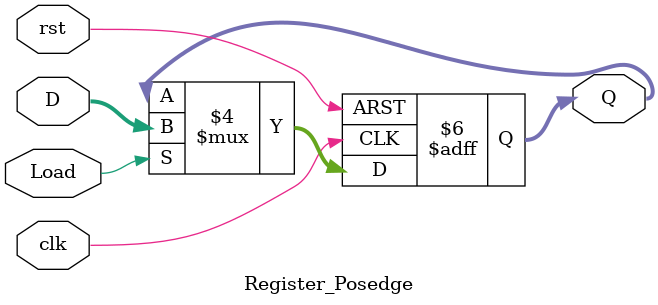
<source format=v>
`timescale 1ns / 1ps

/*******************************************************************
* Module: Register_Poseedge.v
* Project: Arch-Project-1
* Authors: Nadine Safwat nadine.hkm@aucegypt.edu
           Nour Kasaby N.Kasaby@aucegypt.edu
* Description: This module makes the register store data at the positve
	       egde of the clock.
* Change history: 25/11/23 – Created module
*******************************************************************************/


module Register_Posedge #(parameter n = 64)(
    input clk,
    input rst,
    input Load,
    input [n-1:0] D,
    output reg [n-1:0] Q
    );
    
    wire [n-1:0] mux_out; 
    
    always @ (posedge clk or posedge rst) begin
        if(rst == 1)
            Q <= 0;
        else if (Load == 1)
            Q <= D;
    end
endmodule
</source>
